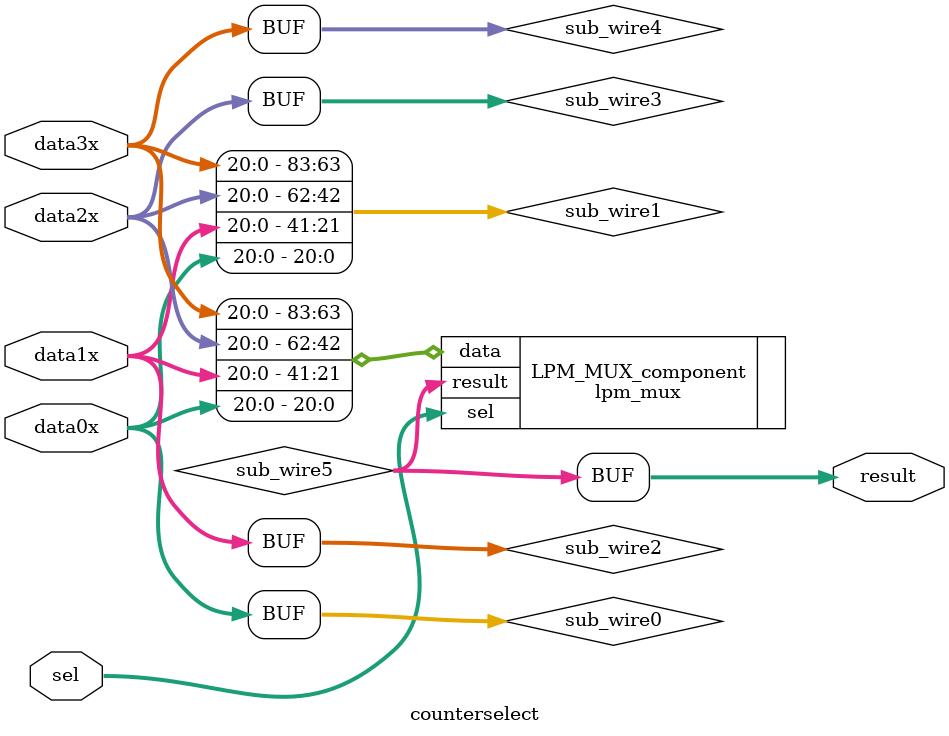
<source format=v>
module counterselect (
	data0x,
	data1x,
	data2x,
	data3x,
	sel,
	result);
	input	[20:0]  data0x;
	input	[20:0]  data1x;
	input	[20:0]  data2x;
	input	[20:0]  data3x;
	input	[1:0]  sel;
	output	[20:0]  result;
	wire [20:0] sub_wire5;
	wire [20:0] sub_wire4 = data3x[20:0];
	wire [20:0] sub_wire3 = data2x[20:0];
	wire [20:0] sub_wire2 = data1x[20:0];
	wire [20:0] sub_wire0 = data0x[20:0];
	wire [83:0] sub_wire1 = {sub_wire4, sub_wire3, sub_wire2, sub_wire0};
	wire [20:0] result = sub_wire5[20:0];
	lpm_mux	LPM_MUX_component (
				.data (sub_wire1),
				.sel (sel),
				.result (sub_wire5)
				// synopsys translate_off
				,
				.aclr (),
				.clken (),
				.clock ()
				// synopsys translate_on
				);
	defparam
		LPM_MUX_component.lpm_size = 4,
		LPM_MUX_component.lpm_type = "LPM_MUX",
		LPM_MUX_component.lpm_width = 21,
		LPM_MUX_component.lpm_widths = 2;
endmodule
</source>
